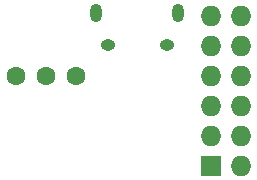
<source format=gbs>
G04 #@! TF.FileFunction,Soldermask,Bot*
%FSLAX46Y46*%
G04 Gerber Fmt 4.6, Leading zero omitted, Abs format (unit mm)*
G04 Created by KiCad (PCBNEW (2016-06-01 BZR 6870, Git 0ccd3bb)-product) date 06/04/16 15:16:18*
%MOMM*%
%LPD*%
G01*
G04 APERTURE LIST*
%ADD10C,0.150000*%
%ADD11R,1.727200X1.727200*%
%ADD12O,1.727200X1.727200*%
%ADD13O,1.250000X0.950000*%
%ADD14O,1.000000X1.550000*%
%ADD15C,1.600000*%
G04 APERTURE END LIST*
D10*
D11*
X61976000Y-34290000D03*
D12*
X64516000Y-34290000D03*
X61976000Y-31750000D03*
X64516000Y-31750000D03*
X61976000Y-29210000D03*
X64516000Y-29210000D03*
X61976000Y-26670000D03*
X64516000Y-26670000D03*
X61976000Y-24130000D03*
X64516000Y-24130000D03*
X61976000Y-21590000D03*
X64516000Y-21590000D03*
D13*
X58253900Y-24105040D03*
X53253900Y-24105040D03*
D14*
X59253900Y-21405040D03*
X52253900Y-21405040D03*
D15*
X48006000Y-26670000D03*
X50546000Y-26670000D03*
X45466000Y-26670000D03*
M02*

</source>
